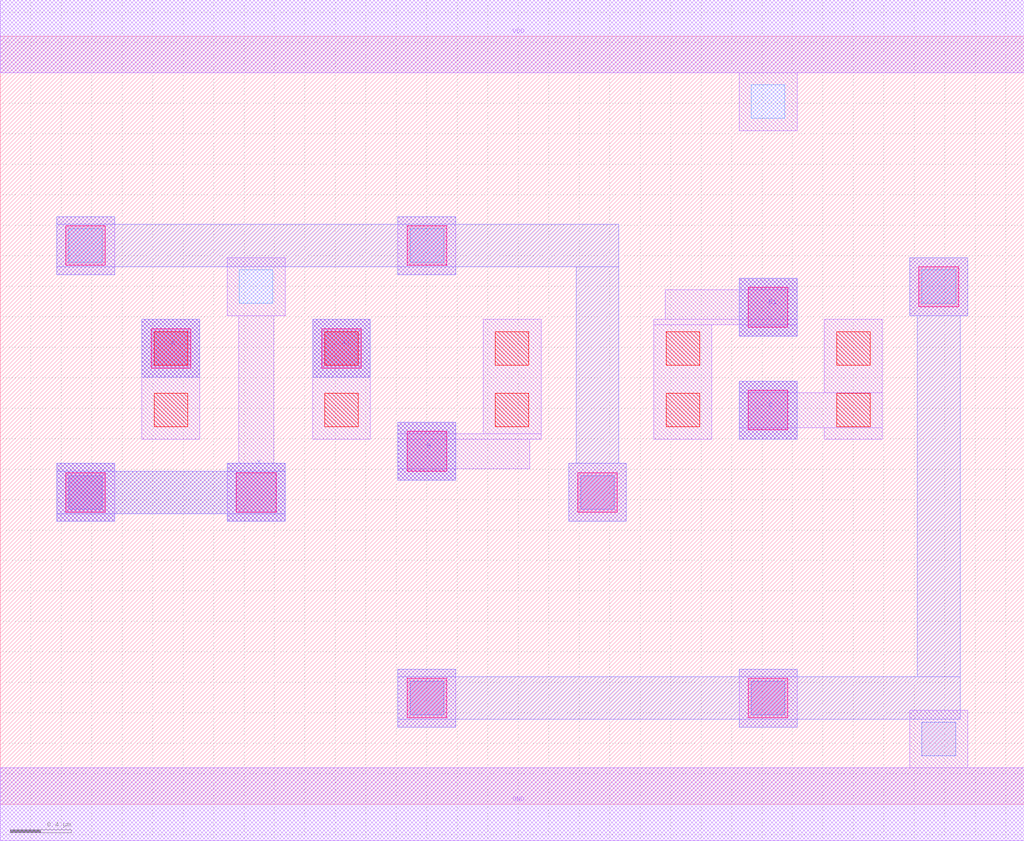
<source format=lef>
MACRO AOAI221
 CLASS CORE ;
 FOREIGN AOAI221 0 0 ;
 SIZE 6.72 BY 5.04 ;
 ORIGIN 0 0 ;
 SYMMETRY X Y R90 ;
 SITE unit ;
  PIN VDD
   DIRECTION INOUT ;
   USE POWER ;
   SHAPE ABUTMENT ;
    PORT
     CLASS CORE ;
       LAYER met1 ;
        RECT 0.00000000 4.80000000 6.72000000 5.28000000 ;
    END
  END VDD

  PIN GND
   DIRECTION INOUT ;
   USE POWER ;
   SHAPE ABUTMENT ;
    PORT
     CLASS CORE ;
       LAYER met1 ;
        RECT 0.00000000 -0.24000000 6.72000000 0.24000000 ;
    END
  END GND

  PIN Y
   DIRECTION INOUT ;
   USE SIGNAL ;
   SHAPE ABUTMENT ;
    PORT
     CLASS CORE ;
       LAYER met2 ;
        RECT 0.37000000 1.85700000 0.75000000 1.90700000 ;
        RECT 1.49000000 1.85700000 1.87000000 1.90700000 ;
        RECT 0.37000000 1.90700000 1.87000000 2.18700000 ;
        RECT 0.37000000 2.18700000 0.75000000 2.23700000 ;
        RECT 1.49000000 2.18700000 1.87000000 2.23700000 ;
    END
  END Y

  PIN C
   DIRECTION INOUT ;
   USE SIGNAL ;
   SHAPE ABUTMENT ;
    PORT
     CLASS CORE ;
       LAYER met2 ;
        RECT 4.85000000 2.39700000 5.23000000 2.77700000 ;
    END
  END C

  PIN A
   DIRECTION INOUT ;
   USE SIGNAL ;
   SHAPE ABUTMENT ;
    PORT
     CLASS CORE ;
       LAYER met2 ;
        RECT 0.93000000 2.80200000 1.31000000 3.18200000 ;
    END
  END A

  PIN B
   DIRECTION INOUT ;
   USE SIGNAL ;
   SHAPE ABUTMENT ;
    PORT
     CLASS CORE ;
       LAYER met2 ;
        RECT 2.61000000 2.12700000 2.99000000 2.50700000 ;
    END
  END B

  PIN B1
   DIRECTION INOUT ;
   USE SIGNAL ;
   SHAPE ABUTMENT ;
    PORT
     CLASS CORE ;
       LAYER met2 ;
        RECT 4.85000000 3.07200000 5.23000000 3.45200000 ;
    END
  END B1

  PIN A1
   DIRECTION INOUT ;
   USE SIGNAL ;
   SHAPE ABUTMENT ;
    PORT
     CLASS CORE ;
       LAYER met2 ;
        RECT 2.05000000 2.80200000 2.43000000 3.18200000 ;
    END
  END A1

 OBS
    LAYER polycont ;
     RECT 1.01000000 2.47700000 1.23000000 2.69700000 ;
     RECT 2.13000000 2.47700000 2.35000000 2.69700000 ;
     RECT 3.25000000 2.47700000 3.47000000 2.69700000 ;
     RECT 4.37000000 2.47700000 4.59000000 2.69700000 ;
     RECT 5.49000000 2.47700000 5.71000000 2.69700000 ;
     RECT 1.01000000 2.88200000 1.23000000 3.10200000 ;
     RECT 2.13000000 2.88200000 2.35000000 3.10200000 ;
     RECT 3.25000000 2.88200000 3.47000000 3.10200000 ;
     RECT 4.37000000 2.88200000 4.59000000 3.10200000 ;
     RECT 5.49000000 2.88200000 5.71000000 3.10200000 ;

    LAYER pdiffc ;
     RECT 1.57000000 3.28700000 1.79000000 3.50700000 ;
     RECT 6.05000000 3.28700000 6.27000000 3.50700000 ;
     RECT 0.45000000 3.55700000 0.67000000 3.77700000 ;
     RECT 2.69000000 3.55700000 2.91000000 3.77700000 ;
     RECT 4.93000000 4.50200000 5.15000000 4.72200000 ;

    LAYER ndiffc ;
     RECT 6.05000000 0.31700000 6.27000000 0.53700000 ;
     RECT 2.69000000 0.58700000 2.91000000 0.80700000 ;
     RECT 4.93000000 0.58700000 5.15000000 0.80700000 ;
     RECT 0.45000000 1.93700000 0.67000000 2.15700000 ;
     RECT 3.81000000 1.93700000 4.03000000 2.15700000 ;

    LAYER met1 ;
     RECT 0.00000000 -0.24000000 6.72000000 0.24000000 ;
     RECT 5.97000000 0.24000000 6.35000000 0.61700000 ;
     RECT 2.61000000 0.50700000 2.99000000 0.88700000 ;
     RECT 4.85000000 0.50700000 5.23000000 0.88700000 ;
     RECT 0.37000000 1.85700000 0.75000000 2.23700000 ;
     RECT 3.73000000 1.85700000 4.11000000 2.23700000 ;
     RECT 0.93000000 2.39700000 1.31000000 3.18200000 ;
     RECT 2.05000000 2.39700000 2.43000000 3.18200000 ;
     RECT 2.61000000 2.12700000 2.99000000 2.20200000 ;
     RECT 2.61000000 2.20200000 3.47500000 2.39700000 ;
     RECT 2.61000000 2.39700000 3.55000000 2.43200000 ;
     RECT 2.61000000 2.43200000 2.99000000 2.50700000 ;
     RECT 3.17000000 2.43200000 3.55000000 3.18200000 ;
     RECT 4.85000000 2.39700000 5.23000000 2.47200000 ;
     RECT 5.41000000 2.39700000 5.79000000 2.47200000 ;
     RECT 4.85000000 2.47200000 5.79000000 2.70200000 ;
     RECT 4.85000000 2.70200000 5.23000000 2.77700000 ;
     RECT 5.41000000 2.70200000 5.79000000 3.18200000 ;
     RECT 4.29000000 2.39700000 4.67000000 3.14700000 ;
     RECT 4.85000000 3.07200000 5.23000000 3.14700000 ;
     RECT 4.29000000 3.14700000 5.23000000 3.18200000 ;
     RECT 4.36500000 3.18200000 5.23000000 3.37700000 ;
     RECT 4.85000000 3.37700000 5.23000000 3.45200000 ;
     RECT 1.49000000 1.85700000 1.87000000 2.23700000 ;
     RECT 1.56500000 2.23700000 1.79500000 3.20700000 ;
     RECT 1.49000000 3.20700000 1.87000000 3.58700000 ;
     RECT 5.97000000 3.20700000 6.35000000 3.58700000 ;
     RECT 0.37000000 3.47700000 0.75000000 3.85700000 ;
     RECT 2.61000000 3.47700000 2.99000000 3.85700000 ;
     RECT 4.85000000 4.42200000 5.23000000 4.80000000 ;
     RECT 0.00000000 4.80000000 6.72000000 5.28000000 ;

    LAYER via1 ;
     RECT 2.67000000 0.56700000 2.93000000 0.82700000 ;
     RECT 4.91000000 0.56700000 5.17000000 0.82700000 ;
     RECT 0.43000000 1.91700000 0.69000000 2.17700000 ;
     RECT 1.55000000 1.91700000 1.81000000 2.17700000 ;
     RECT 3.79000000 1.91700000 4.05000000 2.17700000 ;
     RECT 2.67000000 2.18700000 2.93000000 2.44700000 ;
     RECT 4.91000000 2.45700000 5.17000000 2.71700000 ;
     RECT 0.99000000 2.86200000 1.25000000 3.12200000 ;
     RECT 2.11000000 2.86200000 2.37000000 3.12200000 ;
     RECT 4.91000000 3.13200000 5.17000000 3.39200000 ;
     RECT 6.03000000 3.26700000 6.29000000 3.52700000 ;
     RECT 0.43000000 3.53700000 0.69000000 3.79700000 ;
     RECT 2.67000000 3.53700000 2.93000000 3.79700000 ;

    LAYER met2 ;
     RECT 0.37000000 1.85700000 0.75000000 1.90700000 ;
     RECT 1.49000000 1.85700000 1.87000000 1.90700000 ;
     RECT 0.37000000 1.90700000 1.87000000 2.18700000 ;
     RECT 0.37000000 2.18700000 0.75000000 2.23700000 ;
     RECT 1.49000000 2.18700000 1.87000000 2.23700000 ;
     RECT 2.61000000 2.12700000 2.99000000 2.50700000 ;
     RECT 4.85000000 2.39700000 5.23000000 2.77700000 ;
     RECT 0.93000000 2.80200000 1.31000000 3.18200000 ;
     RECT 2.05000000 2.80200000 2.43000000 3.18200000 ;
     RECT 4.85000000 3.07200000 5.23000000 3.45200000 ;
     RECT 2.61000000 0.50700000 2.99000000 0.55700000 ;
     RECT 4.85000000 0.50700000 5.23000000 0.55700000 ;
     RECT 2.61000000 0.55700000 6.30000000 0.83700000 ;
     RECT 2.61000000 0.83700000 2.99000000 0.88700000 ;
     RECT 4.85000000 0.83700000 5.23000000 0.88700000 ;
     RECT 6.02000000 0.83700000 6.30000000 3.20700000 ;
     RECT 5.97000000 3.20700000 6.35000000 3.58700000 ;
     RECT 3.73000000 1.85700000 4.11000000 2.23700000 ;
     RECT 0.37000000 3.47700000 0.75000000 3.52700000 ;
     RECT 2.61000000 3.47700000 2.99000000 3.52700000 ;
     RECT 3.78000000 2.23700000 4.06000000 3.52700000 ;
     RECT 0.37000000 3.52700000 4.06000000 3.80700000 ;
     RECT 0.37000000 3.80700000 0.75000000 3.85700000 ;
     RECT 2.61000000 3.80700000 2.99000000 3.85700000 ;

 END
END AOAI221

</source>
